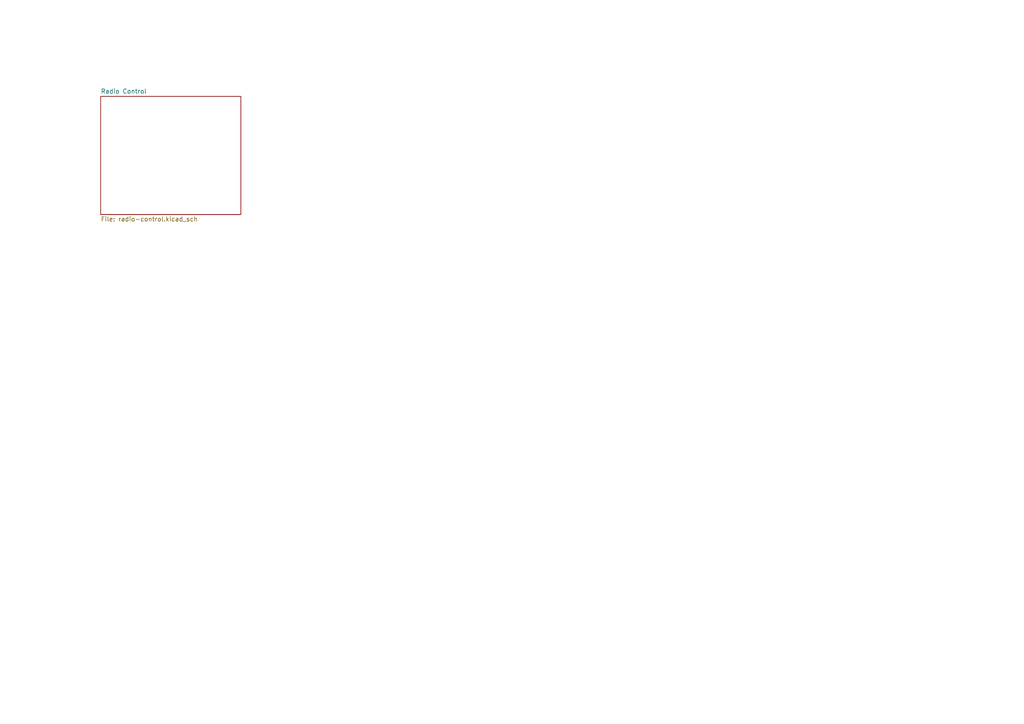
<source format=kicad_sch>
(kicad_sch
	(version 20231120)
	(generator "eeschema")
	(generator_version "8.0")
	(uuid "010184a1-282b-4bd9-996b-54cd40db27a7")
	(paper "A4")
	(lib_symbols)
	(sheet
		(at 29.21 27.94)
		(size 40.64 34.29)
		(fields_autoplaced yes)
		(stroke
			(width 0.1524)
			(type solid)
		)
		(fill
			(color 0 0 0 0.0000)
		)
		(uuid "134bb82b-d887-4f4a-9eba-5cfaabd0c27d")
		(property "Sheetname" "Radio Control"
			(at 29.21 27.2284 0)
			(effects
				(font
					(size 1.27 1.27)
				)
				(justify left bottom)
			)
		)
		(property "Sheetfile" "radio-control.kicad_sch"
			(at 29.21 62.8146 0)
			(effects
				(font
					(size 1.27 1.27)
				)
				(justify left top)
			)
		)
		(instances
			(project "control-1"
				(path "/010184a1-282b-4bd9-996b-54cd40db27a7"
					(page "2")
				)
			)
		)
	)
	(sheet_instances
		(path "/"
			(page "1")
		)
	)
)

</source>
